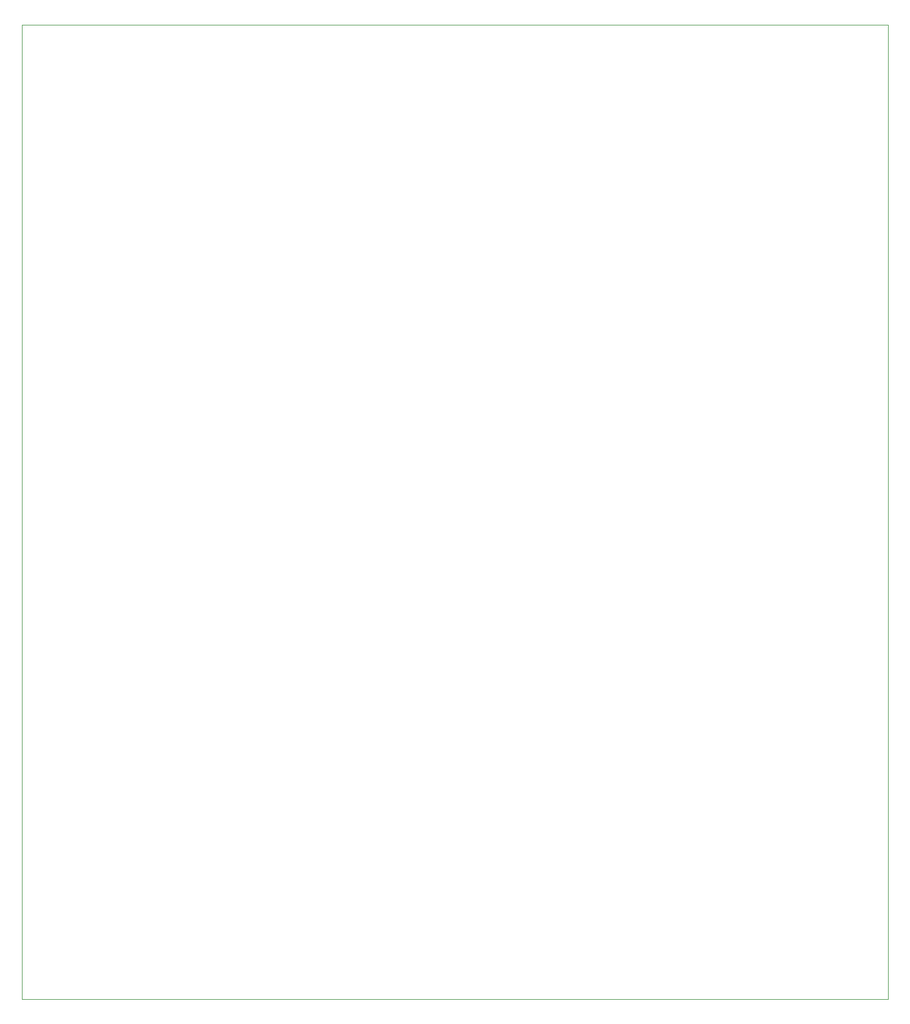
<source format=gbr>
G04 #@! TF.FileFunction,Profile,NP*
%FSLAX46Y46*%
G04 Gerber Fmt 4.6, Leading zero omitted, Abs format (unit mm)*
G04 Created by KiCad (PCBNEW (2015-08-16 BZR 6097)-product) date Monday 17. August 2015 13.28.47*
%MOMM*%
G01*
G04 APERTURE LIST*
%ADD10C,0.100000*%
G04 APERTURE END LIST*
D10*
X175260000Y-26035000D02*
X175260000Y-168910000D01*
X48260000Y-26035000D02*
X175260000Y-26035000D01*
X48260000Y-168910000D02*
X48260000Y-26035000D01*
X175260000Y-168910000D02*
X48260000Y-168910000D01*
M02*

</source>
